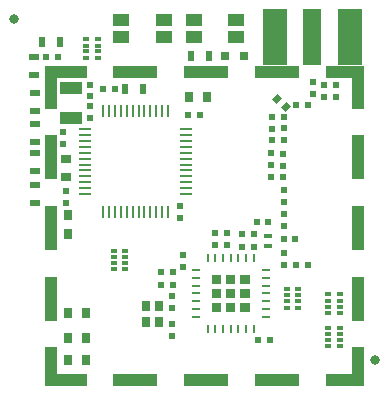
<source format=gbr>
%TF.GenerationSoftware,Altium Limited,Altium Designer,21.4.1 (30)*%
G04 Layer_Color=8421504*
%FSLAX26Y26*%
%MOIN*%
%TF.SameCoordinates,A13BDBB0-CAD7-4838-8454-AA6E24CDD61A*%
%TF.FilePolarity,Positive*%
%TF.FileFunction,Paste,Top*%
%TF.Part,Single*%
G01*
G75*
%TA.AperFunction,FiducialPad,Global*%
%ADD14C,0.031496*%
%TA.AperFunction,SMDPad,CuDef*%
%ADD15R,0.023622X0.019685*%
%ADD16R,0.074803X0.043307*%
%ADD17R,0.031496X0.031496*%
%ADD18R,0.024000X0.034000*%
%ADD20R,0.019685X0.023622*%
%ADD21R,0.140551X0.039370*%
%ADD22R,0.127559X0.039370*%
%ADD23R,0.039370X0.127559*%
%ADD24R,0.039370X0.140551*%
%ADD25R,0.039370X0.149606*%
%ADD26R,0.149606X0.039370*%
%ADD27R,0.078740X0.185039*%
%ADD28R,0.062992X0.185039*%
%ADD29R,0.034000X0.030000*%
%ADD31R,0.025591X0.013780*%
%ADD35R,0.028000X0.034000*%
%ADD36R,0.031496X0.035433*%
%ADD39R,0.019685X0.015748*%
%ADD40R,0.019685X0.011811*%
%ADD41R,0.055118X0.041339*%
%ADD42R,0.030000X0.034000*%
%ADD43R,0.034000X0.024000*%
G04:AMPARAMS|DCode=44|XSize=19.685mil|YSize=23.622mil|CornerRadius=0mil|HoleSize=0mil|Usage=FLASHONLY|Rotation=315.000|XOffset=0mil|YOffset=0mil|HoleType=Round|Shape=Rectangle|*
%AMROTATEDRECTD44*
4,1,4,-0.015311,-0.001392,0.001392,0.015311,0.015311,0.001392,-0.001392,-0.015311,-0.015311,-0.001392,0.0*
%
%ADD44ROTATEDRECTD44*%

%ADD76R,0.025591X0.007874*%
%ADD77R,0.007874X0.025591*%
%ADD78R,0.007874X0.043307*%
%ADD79R,0.043307X0.007874*%
G36*
X824961Y345473D02*
X793465D01*
Y376969D01*
X824961D01*
Y345473D01*
D02*
G37*
G36*
X730473D02*
X698977D01*
Y376969D01*
X730473D01*
Y345473D01*
D02*
G37*
G36*
X777717Y345472D02*
X746221D01*
Y376969D01*
X777717D01*
Y345472D01*
D02*
G37*
G36*
X824961Y298228D02*
X793465D01*
Y329724D01*
X824961D01*
Y298228D01*
D02*
G37*
G36*
X777717Y298228D02*
X746221D01*
Y329724D01*
X777717D01*
Y298228D01*
D02*
G37*
G36*
X730473D02*
X698977D01*
Y329724D01*
X730473D01*
Y298228D01*
D02*
G37*
G36*
X777717Y250984D02*
X746221D01*
Y282480D01*
X777717D01*
Y250984D01*
D02*
G37*
G36*
X730473D02*
X698977D01*
Y282480D01*
X730473D01*
Y250984D01*
D02*
G37*
G36*
X824961Y250984D02*
X793465D01*
Y282480D01*
X824961D01*
Y250984D01*
D02*
G37*
D14*
X39372Y1228985D02*
D03*
X1243154Y91281D02*
D03*
D15*
X293032Y970987D02*
D03*
Y1010357D02*
D03*
X292256Y899352D02*
D03*
Y938722D02*
D03*
X565113Y265443D02*
D03*
Y304813D02*
D03*
X1034745Y978893D02*
D03*
Y1018263D02*
D03*
X895285Y780909D02*
D03*
Y741539D02*
D03*
X212008Y655953D02*
D03*
Y616583D02*
D03*
X203032Y811431D02*
D03*
Y850801D02*
D03*
X937824Y448949D02*
D03*
Y409579D02*
D03*
X566790Y173051D02*
D03*
Y212421D02*
D03*
X937253Y779799D02*
D03*
Y740429D02*
D03*
X592516Y564707D02*
D03*
Y604077D02*
D03*
X601278Y441048D02*
D03*
Y401678D02*
D03*
X938024Y578051D02*
D03*
Y538681D02*
D03*
X938439Y620254D02*
D03*
Y659624D02*
D03*
X939069Y864412D02*
D03*
Y903782D02*
D03*
X899084Y903215D02*
D03*
Y863845D02*
D03*
X748129Y514961D02*
D03*
Y475591D02*
D03*
X708101Y515002D02*
D03*
Y475632D02*
D03*
D16*
X228840Y900508D02*
D03*
Y998933D02*
D03*
D17*
X741401Y1106097D02*
D03*
X806362D02*
D03*
D18*
X628228D02*
D03*
X688228D02*
D03*
X131418Y1150996D02*
D03*
X191418D02*
D03*
X410830Y995237D02*
D03*
X470830D02*
D03*
D20*
X1020382Y409618D02*
D03*
X981012D02*
D03*
X897669Y701365D02*
D03*
X937039D02*
D03*
X374804Y994599D02*
D03*
X335434D02*
D03*
X186725Y1103750D02*
D03*
X147355D02*
D03*
X658228Y909494D02*
D03*
X618858D02*
D03*
X1113427Y967813D02*
D03*
X1074057D02*
D03*
Y1008569D02*
D03*
X1113427D02*
D03*
X1020382Y941612D02*
D03*
X981012D02*
D03*
X899390Y824232D02*
D03*
X938760D02*
D03*
X891800Y157726D02*
D03*
X852430D02*
D03*
X528466Y383936D02*
D03*
X567836D02*
D03*
X530156Y343299D02*
D03*
X569526D02*
D03*
X838024Y511067D02*
D03*
X798654D02*
D03*
X838024Y469968D02*
D03*
X798654D02*
D03*
X977394Y497151D02*
D03*
X938024D02*
D03*
X847952Y553791D02*
D03*
X887322D02*
D03*
D21*
X212008Y1050689D02*
D03*
Y26673D02*
D03*
D22*
X1141339D02*
D03*
Y1050689D02*
D03*
D23*
X161418Y70768D02*
D03*
X1185434D02*
D03*
D24*
X161418Y1000098D02*
D03*
X1185434D02*
D03*
D25*
Y295965D02*
D03*
Y532185D02*
D03*
Y768405D02*
D03*
X161418D02*
D03*
Y532185D02*
D03*
Y295965D02*
D03*
D26*
X916142Y26673D02*
D03*
X679922D02*
D03*
X443701D02*
D03*
X679922Y1050689D02*
D03*
X443701D02*
D03*
X916142D02*
D03*
D27*
X908038Y1170558D02*
D03*
X1159681D02*
D03*
D28*
X1033854D02*
D03*
D29*
X211812Y702903D02*
D03*
Y762903D02*
D03*
D31*
X884874Y470576D02*
D03*
Y504040D02*
D03*
D35*
X220473Y575308D02*
D03*
Y511308D02*
D03*
D36*
X521413Y218326D02*
D03*
Y273444D02*
D03*
X478106D02*
D03*
Y218326D02*
D03*
D39*
X1125838Y199515D02*
D03*
Y138491D02*
D03*
X1086468D02*
D03*
Y199515D02*
D03*
X987236Y267166D02*
D03*
Y328190D02*
D03*
X947866D02*
D03*
Y267166D02*
D03*
X1086468Y310590D02*
D03*
Y249566D02*
D03*
X1125838D02*
D03*
Y310590D02*
D03*
X371510Y455839D02*
D03*
Y394815D02*
D03*
X410881D02*
D03*
Y455839D02*
D03*
X280314Y1160994D02*
D03*
Y1099970D02*
D03*
X319684D02*
D03*
Y1160994D02*
D03*
D40*
X1125838Y178845D02*
D03*
Y159161D02*
D03*
X1086468D02*
D03*
Y178845D02*
D03*
X987236Y287836D02*
D03*
Y307521D02*
D03*
X947866D02*
D03*
Y287836D02*
D03*
X1086468Y289920D02*
D03*
Y270235D02*
D03*
X1125838D02*
D03*
Y289920D02*
D03*
X371510Y435169D02*
D03*
Y415484D02*
D03*
X410881D02*
D03*
Y435169D02*
D03*
X280314Y1140324D02*
D03*
Y1120639D02*
D03*
X319684D02*
D03*
Y1140324D02*
D03*
D41*
X637795Y1225394D02*
D03*
X779528D02*
D03*
X637795Y1168307D02*
D03*
X779528D02*
D03*
X539231D02*
D03*
X397499D02*
D03*
X539231Y1225394D02*
D03*
X397499D02*
D03*
D42*
X278032Y166168D02*
D03*
X218032D02*
D03*
X279356Y249314D02*
D03*
X219357D02*
D03*
X279356Y93518D02*
D03*
X219357D02*
D03*
X623543Y968561D02*
D03*
X683543D02*
D03*
D43*
X110237Y981738D02*
D03*
Y921738D02*
D03*
Y780903D02*
D03*
Y720903D02*
D03*
Y616031D02*
D03*
Y676031D02*
D03*
Y819116D02*
D03*
Y879116D02*
D03*
X106290Y1103784D02*
D03*
Y1043784D02*
D03*
D44*
X917286Y963640D02*
D03*
X945125Y935801D02*
D03*
D76*
X879095Y237201D02*
D03*
Y262792D02*
D03*
Y288383D02*
D03*
X644843Y237201D02*
D03*
Y262792D02*
D03*
Y288383D02*
D03*
X879095Y365154D02*
D03*
Y390745D02*
D03*
Y339564D02*
D03*
X644843Y365154D02*
D03*
Y339564D02*
D03*
Y313973D02*
D03*
X879095D02*
D03*
X644843Y390745D02*
D03*
D77*
X838737Y196850D02*
D03*
X813147D02*
D03*
X787556D02*
D03*
X736375D02*
D03*
X710784D02*
D03*
X685194D02*
D03*
X736375Y431102D02*
D03*
X710784D02*
D03*
X685194D02*
D03*
X813147D02*
D03*
X838737D02*
D03*
X787556D02*
D03*
X761966D02*
D03*
Y196850D02*
D03*
D78*
X336538Y921006D02*
D03*
X356223D02*
D03*
X375908D02*
D03*
X395593D02*
D03*
X415278D02*
D03*
X434964D02*
D03*
X454649D02*
D03*
X474334D02*
D03*
X494019D02*
D03*
X513704D02*
D03*
X533389D02*
D03*
X553074D02*
D03*
Y586360D02*
D03*
X533389D02*
D03*
X513704D02*
D03*
X494019D02*
D03*
X474334D02*
D03*
X454649D02*
D03*
X434964D02*
D03*
X415278D02*
D03*
X395593D02*
D03*
X375908D02*
D03*
X356223D02*
D03*
X336538D02*
D03*
D79*
X612129Y861951D02*
D03*
Y842266D02*
D03*
Y822581D02*
D03*
Y802896D02*
D03*
Y783211D02*
D03*
Y763525D02*
D03*
Y743841D02*
D03*
Y724155D02*
D03*
Y704470D02*
D03*
Y684785D02*
D03*
Y665100D02*
D03*
Y645415D02*
D03*
X277483D02*
D03*
Y665100D02*
D03*
Y684785D02*
D03*
Y704470D02*
D03*
Y724155D02*
D03*
Y743841D02*
D03*
Y763525D02*
D03*
Y783211D02*
D03*
Y802896D02*
D03*
Y822581D02*
D03*
Y842266D02*
D03*
Y861951D02*
D03*
%TF.MD5,f1a448c0429e74fdec5b2a9dc829fbca*%
M02*

</source>
